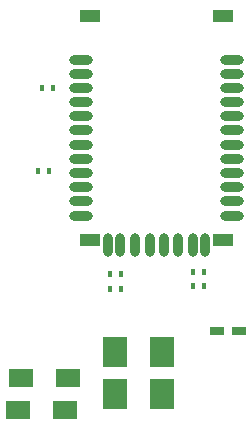
<source format=gbr>
G04 #@! TF.GenerationSoftware,KiCad,Pcbnew,5.0.0*
G04 #@! TF.CreationDate,2018-08-08T08:53:58-04:00*
G04 #@! TF.ProjectId,telegraph,74656C6567726170682E6B696361645F,rev?*
G04 #@! TF.SameCoordinates,Original*
G04 #@! TF.FileFunction,Paste,Bot*
G04 #@! TF.FilePolarity,Positive*
%FSLAX46Y46*%
G04 Gerber Fmt 4.6, Leading zero omitted, Abs format (unit mm)*
G04 Created by KiCad (PCBNEW 5.0.0) date Wed Aug  8 08:53:58 2018*
%MOMM*%
%LPD*%
G01*
G04 APERTURE LIST*
%ADD10R,1.200000X0.750000*%
%ADD11R,2.000000X1.600000*%
%ADD12R,2.000000X2.500000*%
%ADD13R,1.800000X1.000000*%
%ADD14O,2.000000X0.800000*%
%ADD15O,0.800000X2.000000*%
%ADD16R,0.400000X0.600000*%
G04 APERTURE END LIST*
D10*
G04 #@! TO.C,C16*
X131300000Y-128100000D03*
X133200000Y-128100000D03*
G04 #@! TD*
D11*
G04 #@! TO.C,C9*
X114700000Y-132068000D03*
X118700000Y-132068000D03*
G04 #@! TD*
G04 #@! TO.C,C8*
X118450000Y-134818000D03*
X114450000Y-134818000D03*
G04 #@! TD*
D12*
G04 #@! TO.C,C13*
X126676000Y-129924000D03*
X122676000Y-129924000D03*
G04 #@! TD*
G04 #@! TO.C,C14*
X122676000Y-133480000D03*
X126676000Y-133480000D03*
G04 #@! TD*
D13*
G04 #@! TO.C,U2*
X131800000Y-101428000D03*
X120600000Y-101428000D03*
X120600000Y-120428000D03*
X131800000Y-120428000D03*
D14*
X119800000Y-105128000D03*
X119800000Y-106328000D03*
X119800000Y-107528000D03*
X119800000Y-108728000D03*
X119800000Y-109928000D03*
X119800000Y-111128000D03*
X119800000Y-112328000D03*
X119800000Y-113528000D03*
X119800000Y-114728000D03*
X119800000Y-115928000D03*
X119800000Y-117128000D03*
X119800000Y-118328000D03*
D15*
X122100000Y-120828000D03*
X123100000Y-120828000D03*
X124400000Y-120828000D03*
X125600000Y-120828000D03*
X126800000Y-120828000D03*
X128000000Y-120828000D03*
X129300000Y-120828000D03*
X130300000Y-120828000D03*
D14*
X132600000Y-118328000D03*
X132600000Y-117128000D03*
X132600000Y-115928000D03*
X132600000Y-114728000D03*
X132600000Y-113528000D03*
X132600000Y-112328000D03*
X132600000Y-111128000D03*
X132600000Y-109928000D03*
X132600000Y-108728000D03*
X132600000Y-107528000D03*
X132600000Y-106328000D03*
X132600000Y-105128000D03*
G04 #@! TD*
D16*
G04 #@! TO.C,R8*
X130200000Y-124318000D03*
X129300000Y-124318000D03*
G04 #@! TD*
G04 #@! TO.C,R9*
X122250000Y-124568000D03*
X123150000Y-124568000D03*
G04 #@! TD*
G04 #@! TO.C,R11*
X130200000Y-123068000D03*
X129300000Y-123068000D03*
G04 #@! TD*
G04 #@! TO.C,R12*
X123150000Y-123318000D03*
X122250000Y-123318000D03*
G04 #@! TD*
G04 #@! TO.C,R1*
X116500000Y-107568000D03*
X117400000Y-107568000D03*
G04 #@! TD*
G04 #@! TO.C,R4*
X116200000Y-114568000D03*
X117100000Y-114568000D03*
G04 #@! TD*
M02*

</source>
